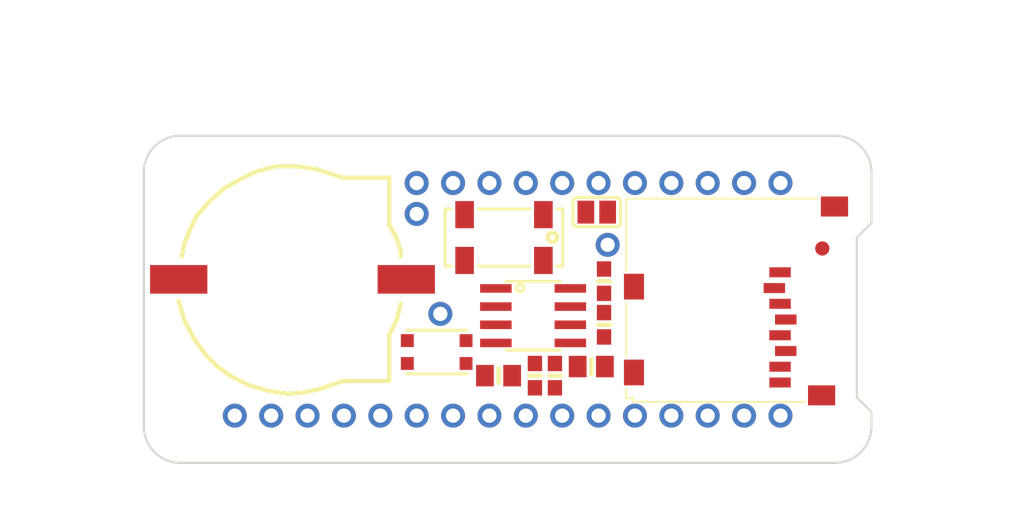
<source format=kicad_pcb>
(kicad_pcb (version 20241229) (generator "pcbnew") (generator_version "9.0")
  (layers (0 "F.Cu" signal "Top") (2 "B.Cu" signal "Bottom") (13 "F.Paste" user) (15 "B.Paste" user) (5 "F.SilkS" user "F.Silkscreen") (7 "B.SilkS" user "B.Silkscreen") (1 "F.Mask" user) (3 "B.Mask" user) (25 "Edge.Cuts" user))
  (net 0 "")
  (net 1 "G")
  (net 2 "TX")
  (net 3 "RX")
  (net 4 "F")
  (net 5 "E")
  (net 6 "D")
  (net 7 "C")
  (net 8 "B")
  (net 9 "A")
  (net 10 "AREF")
  (net 11 "USB")
  (net 12 "N")
  (net 13 "M")
  (net 14 "L")
  (net 15 "J")
  (net 16 "I")
  (net 17 "H")
  (net 18 "SCL")
  (net 19 "SDA")
  (net 20 "GND")
  (net 21 "MOSI")
  (net 22 "MISO")
  (net 23 "SCK")
  (net 24 "+3V3")
  (net 25 "SD_CS")
  (net 26 "RESET")
  (net 27 "N$7")
  (net 28 "N$8")
  (net 29 "VBAT")
  (net 30 "EN")
  (net 31 "CR1220")
  (net 32 "INT1")
  (net 33 "CS")
  (net 34 "N$1")
  (footprint "MICROSD" (layer "F.Cu") (at 156.8831 112.1156 90)
    (property "Reference" "X4" (hide yes))
    (property "Value" "microsd" (hide yes))
    (fp_line (start 14.15 -0.1) (end 14.15 13.25) (stroke (width 0.127)) (layer "F.SilkS"))
    (fp_line (start 9.1 -0.1) (end 14.15 -0.1) (stroke (width 0.127)) (layer "F.SilkS"))
    (fp_line (start 3.15 -0.1) (end 6.85 -0.1) (stroke (width 0.127)) (layer "F.SilkS"))
    (fp_line (start 0.85 -0.1) (end 0.2 -0.1) (stroke (width 0.127)) (layer "F.SilkS"))
    (fp_line (start 0.2 -0.1) (end 0.2 0.4) (stroke (width 0.127)) (layer "F.SilkS"))
    (fp_line (start 0.2 0.4) (end -0.05 0.4) (stroke (width 0.127)) (layer "F.SilkS"))
    (fp_line (start -0.05 0.4) (end -0.05 12.35) (stroke (width 0.127)) (layer "F.SilkS"))
    (pad "1" smd rect (at 9 10.64 90) (size 0.7 1.5) (layers "F.Cu" "F.Mask" "F.Paste"))
    (pad "2" smd rect (at 7.9 10.24 90) (size 0.7 1.5) (layers "F.Cu" "F.Mask" "F.Paste") (net 25 "SD_CS"))
    (pad "3" smd rect (at 6.8 10.64 90) (size 0.7 1.5) (layers "F.Cu" "F.Mask" "F.Paste") (net 21 "MOSI"))
    (pad "4" smd rect (at 5.7 11.04 90) (size 0.7 1.5) (layers "F.Cu" "F.Mask" "F.Paste") (net 24 "+3V3"))
    (pad "5" smd rect (at 4.6 10.64 90) (size 0.7 1.5) (layers "F.Cu" "F.Mask" "F.Paste") (net 23 "SCK"))
    (pad "6" smd rect (at 3.5 11.04 90) (size 0.7 1.5) (layers "F.Cu" "F.Mask" "F.Paste") (net 20 "GND"))
    (pad "7" smd rect (at 2.4 10.64 90) (size 0.7 1.5) (layers "F.Cu" "F.Mask" "F.Paste") (net 22 "MISO"))
    (pad "8" smd rect (at 1.3 10.64 90) (size 0.7 1.5) (layers "F.Cu" "F.Mask" "F.Paste"))
    (pad "CD1" smd rect (at 2 0.44 180) (size 1.4 1.8) (layers "F.Cu" "F.Mask" "F.Paste"))
    (pad "CD2" smd rect (at 8 0.44 180) (size 1.4 1.8) (layers "F.Cu" "F.Mask" "F.Paste"))
    (pad "MT1" smd rect (at 0.4 13.54 90) (size 1.4 1.9) (layers "F.Cu" "F.Mask" "F.Paste") (net 20 "GND"))
    (pad "MT2" smd rect (at 13.6 14.44 90) (size 1.4 1.9) (layers "F.Cu" "F.Mask" "F.Paste") (net 20 "GND"))
  )
  (footprint "BTN_KMR2_4.6X2.8" (layer "F.Cu") (at 143.5481 108.6866 180)
    (property "Reference" "SW1" (hide yes))
    (property "Value" "KMR2" (hide yes))
    (fp_line (start 2.1 1.5254) (end -2.1 1.5254) (stroke (width 0.2032)) (layer "F.SilkS"))
    (fp_line (start -2.1 -1.5254) (end 2.1 -1.5254) (stroke (width 0.2032)) (layer "F.SilkS"))
    (pad "A" smd rect (at 2.05 -0.8 180) (size 0.9 0.9) (layers "F.Cu" "F.Mask" "F.Paste") (net 20 "GND"))
    (pad "A'" smd rect (at -2.05 -0.8 180) (size 0.9 0.9) (layers "F.Cu" "F.Mask" "F.Paste") (net 20 "GND"))
    (pad "B" smd rect (at 2.05 0.8 180) (size 0.9 0.9) (layers "F.Cu" "F.Mask" "F.Paste") (net 26 "RESET"))
    (pad "B'" smd rect (at -2.05 0.8 180) (size 0.9 0.9) (layers "F.Cu" "F.Mask" "F.Paste") (net 26 "RESET"))
  )
  (footprint "SOIC8_150MIL" (layer "F.Cu") (at 150.2791 106.1466 -90)
    (property "Reference" "IC1" (hide yes))
    (property "Value" "PCF8523T" (hide yes))
    (fp_line (start -2.4 1.9) (end -2.4 -1.9) (stroke (width 0.2032)) (layer "F.SilkS"))
    (fp_line (start 2.4 -1.9) (end 2.4 1.9) (stroke (width 0.2032)) (layer "F.SilkS"))
    (fp_circle (center -1.9304 0.889) (end -1.6764 0.889) (stroke (width 0.2032)) (fill no) (layer "F.SilkS"))
    (pad "1" smd rect (at -1.905 2.6 270) (size 0.6 2.2) (layers "F.Cu" "F.Mask" "F.Paste") (net 27 "N$7"))
    (pad "2" smd rect (at -0.635 2.6 270) (size 0.6 2.2) (layers "F.Cu" "F.Mask" "F.Paste") (net 28 "N$8"))
    (pad "3" smd rect (at 0.635 2.6 270) (size 0.6 2.2) (layers "F.Cu" "F.Mask" "F.Paste") (net 31 "CR1220"))
    (pad "4" smd rect (at 1.905 2.6 270) (size 0.6 2.2) (layers "F.Cu" "F.Mask" "F.Paste") (net 20 "GND"))
    (pad "5" smd rect (at 1.905 -2.6 270) (size 0.6 2.2) (layers "F.Cu" "F.Mask" "F.Paste") (net 19 "SDA"))
    (pad "6" smd rect (at 0.635 -2.6 270) (size 0.6 2.2) (layers "F.Cu" "F.Mask" "F.Paste") (net 18 "SCL"))
    (pad "7" smd rect (at -0.635 -2.6 270) (size 0.6 2.2) (layers "F.Cu" "F.Mask" "F.Paste") (net 32 "INT1"))
    (pad "8" smd rect (at -1.905 -2.6 270) (size 0.6 2.2) (layers "F.Cu" "F.Mask" "F.Paste") (net 34 "N$1"))
  )
  (footprint "CRYSTAL_8X3.8" (layer "F.Cu") (at 148.2471 100.6856)
    (property "Reference" "Y1" (hide yes))
    (property "Value" "32khz" (hide yes))
    (fp_line (start -4.1 -2) (end -4.1 2) (stroke (width 0.2032)) (layer "F.SilkS"))
    (fp_line (start -4.1 2) (end -3.7 2) (stroke (width 0.2032)) (layer "F.SilkS"))
    (fp_line (start -3.7 -2) (end -4.1 -2) (stroke (width 0.2032)) (layer "F.SilkS"))
    (fp_line (start -1.8 -2) (end 1.8 -2) (stroke (width 0.2032)) (layer "F.SilkS"))
    (fp_line (start -1.8 2) (end 1.8 2) (stroke (width 0.2032)) (layer "F.SilkS"))
    (fp_line (start 3.7 -2) (end 4.1 -2) (stroke (width 0.2032)) (layer "F.SilkS"))
    (fp_line (start 4.1 -2) (end 4.1 2) (stroke (width 0.2032)) (layer "F.SilkS"))
    (fp_line (start 4.1 2) (end 3.7 2) (stroke (width 0.2032)) (layer "F.SilkS"))
    (fp_circle (center 3.3782 -0.0254) (end 3.701487 -0.0254) (stroke (width 0.3048)) (fill no) (layer "F.SilkS"))
    (pad "P$1" smd rect (at -2.75 1.6) (size 1.3 1.9) (layers "F.Cu" "F.Mask" "F.Paste") (net 28 "N$8"))
    (pad "P$2" smd rect (at 2.75 1.6) (size 1.3 1.9) (layers "F.Cu" "F.Mask" "F.Paste"))
    (pad "P$3" smd rect (at 2.75 -1.6) (size 1.3 1.9) (layers "F.Cu" "F.Mask" "F.Paste"))
    (pad "P$4" smd rect (at -2.75 -1.6) (size 1.3 1.9) (layers "F.Cu" "F.Mask" "F.Paste") (net 27 "N$7"))
  )
  (footprint "0603-NO" (layer "F.Cu") (at 151.8031 110.3376 -90)
    (property "Reference" "R1" (hide yes))
    (property "Value" "10K" (hide yes))
    (fp_line (start 0 -0.4) (end 0 0.4) (stroke (width 0.3048)) (layer "F.SilkS"))
    (pad "1" smd rect (at -0.85 0 270) (size 1.075 1) (layers "F.Cu" "F.Mask" "F.Paste") (net 19 "SDA"))
    (pad "2" smd rect (at 0.85 0 270) (size 1.075 1) (layers "F.Cu" "F.Mask" "F.Paste") (net 24 "+3V3"))
  )
  (footprint "0603-NO" (layer "F.Cu") (at 150.4061 110.3376 -90)
    (property "Reference" "R2" (hide yes))
    (property "Value" "10K" (hide yes))
    (fp_line (start 0 -0.4) (end 0 0.4) (stroke (width 0.3048)) (layer "F.SilkS"))
    (pad "1" smd rect (at -0.85 0 270) (size 1.075 1) (layers "F.Cu" "F.Mask" "F.Paste") (net 18 "SCL"))
    (pad "2" smd rect (at 0.85 0 270) (size 1.075 1) (layers "F.Cu" "F.Mask" "F.Paste") (net 24 "+3V3"))
  )
  (footprint "0603-NO" (layer "F.Cu") (at 155.2321 103.7336 -90)
    (property "Reference" "R3" (hide yes))
    (property "Value" "100K" (hide yes))
    (fp_line (start 0 -0.4) (end 0 0.4) (stroke (width 0.3048)) (layer "F.SilkS"))
    (pad "1" smd rect (at -0.85 0 270) (size 1.075 1) (layers "F.Cu" "F.Mask" "F.Paste") (net 25 "SD_CS"))
    (pad "2" smd rect (at 0.85 0 270) (size 1.075 1) (layers "F.Cu" "F.Mask" "F.Paste") (net 24 "+3V3"))
  )
  (footprint "CR1220-2" (layer "F.Cu") (at 133.1341 103.6066)
    (property "Reference" "B1" (hide yes))
    (property "Value" "cr1220" (hide yes))
    (fp_line (start -7.6 1.5) (end -7.2 2.9) (stroke (width 0.3048)) (layer "F.SilkS"))
    (fp_line (start -7.4 -1.6) (end -7.2 -2.5) (stroke (width 0.3048)) (layer "F.SilkS"))
    (fp_line (start -7.2 -2.5) (end -6.8 -3.5) (stroke (width 0.3048)) (layer "F.SilkS"))
    (fp_line (start -7.2 2.9) (end -6.5 4.2) (stroke (width 0.3048)) (layer "F.SilkS"))
    (fp_line (start -6.8 -3.5) (end -6.3 -4.5) (stroke (width 0.3048)) (layer "F.SilkS"))
    (fp_line (start -6.5 4.2) (end -5.7 5.3) (stroke (width 0.3048)) (layer "F.SilkS"))
    (fp_line (start -6.3 -4.5) (end -5.4 -5.5) (stroke (width 0.3048)) (layer "F.SilkS"))
    (fp_line (start -5.7 5.3) (end -4.9 6.1) (stroke (width 0.3048)) (layer "F.SilkS"))
    (fp_line (start -5.4 -5.5) (end -4.5 -6.3) (stroke (width 0.3048)) (layer "F.SilkS"))
    (fp_line (start -4.9 6.1) (end -3.9 6.8) (stroke (width 0.3048)) (layer "F.SilkS"))
    (fp_line (start -4.5 -6.3) (end -3.3 -7) (stroke (width 0.3048)) (layer "F.SilkS"))
    (fp_line (start -3.9 6.8) (end -2.7 7.4) (stroke (width 0.3048)) (layer "F.SilkS"))
    (fp_line (start -3.3 -7) (end -2.3 -7.5) (stroke (width 0.3048)) (layer "F.SilkS"))
    (fp_line (start -2.7 7.4) (end -1.3 7.8) (stroke (width 0.3048)) (layer "F.SilkS"))
    (fp_line (start -2.3 -7.5) (end -0.8 -7.9) (stroke (width 0.3048)) (layer "F.SilkS"))
    (fp_line (start -1.3 7.8) (end 0 8) (stroke (width 0.3048)) (layer "F.SilkS"))
    (fp_line (start -0.8 -7.9) (end 0.7 -7.9) (stroke (width 0.3048)) (layer "F.SilkS"))
    (fp_line (start 0 8) (end 1.2 7.9) (stroke (width 0.3048)) (layer "F.SilkS"))
    (fp_line (start 0.7 -7.9) (end 2 -7.7) (stroke (width 0.3048)) (layer "F.SilkS"))
    (fp_line (start 1.2 7.9) (end 2.5 7.6) (stroke (width 0.3048)) (layer "F.SilkS"))
    (fp_line (start 2 -7.7) (end 3.9 -7.1) (stroke (width 0.3048)) (layer "F.SilkS"))
    (fp_line (start 2.4 7.6) (end 3.9 7.1) (stroke (width 0.3048)) (layer "F.SilkS"))
    (fp_line (start 3.95 -7.1) (end 7.1 -7.1) (stroke (width 0.3048)) (layer "F.SilkS"))
    (fp_line (start 3.95 7.1) (end 7.1 7.1) (stroke (width 0.3048)) (layer "F.SilkS"))
    (fp_line (start 7.1 -7.1) (end 7.1 -3.8) (stroke (width 0.3048)) (layer "F.SilkS"))
    (fp_line (start 7.1 -3.8) (end 7.6 -2.9) (stroke (width 0.3048)) (layer "F.SilkS"))
    (fp_line (start 7.1 3.9) (end 7.6 2.9) (stroke (width 0.3048)) (layer "F.SilkS"))
    (fp_line (start 7.1 7.1) (end 7.1 3.9) (stroke (width 0.3048)) (layer "F.SilkS"))
    (fp_line (start 7.6 -2.9) (end 7.9 -2) (stroke (width 0.3048)) (layer "F.SilkS"))
    (fp_line (start 7.6 2.9) (end 7.9 1.7) (stroke (width 0.3048)) (layer "F.SilkS"))
    (fp_line (start 7.9 -2) (end 7.9 -1.6) (stroke (width 0.3048)) (layer "F.SilkS"))
    (pad "" np_thru_hole circle (at -3.5 0) (size 1.5 1.5) (drill 1.5) (layers "*.Cu" "*.Mask"))
    (pad "" np_thru_hole circle (at 3.95 0) (size 1.5 1.5) (drill 1.5) (layers "*.Cu" "*.Mask"))
    (pad "+" smd rect (at 8.29 0) (size 4 2) (layers "F.Cu" "F.Mask" "F.Paste") (net 31 "CR1220"))
    (pad "-" smd rect (at -7.6 0) (size 4 2) (layers "F.Cu" "F.Mask" "F.Paste") (net 20 "GND"))
  )
  (footprint "0805-NO" (layer "F.Cu") (at 154.3431 109.7026 180)
    (property "Reference" "C1" (hide yes))
    (property "Value" "10uF" (hide yes))
    (fp_line (start 0 -0.508) (end 0 0.508) (stroke (width 0.3048)) (layer "F.SilkS"))
    (pad "1" smd rect (at -0.95 0 180) (size 1.24 1.5) (layers "F.Cu" "F.Mask" "F.Paste") (net 34 "N$1"))
    (pad "2" smd rect (at 0.95 0 180) (size 1.24 1.5) (layers "F.Cu" "F.Mask" "F.Paste") (net 20 "GND"))
  )
  (footprint "1X11_ROUND" (layer "F.Cu") (at 154.8511 96.8756)
    (property "Reference" "JP1" (hide yes))
    (property "Value" "")
    (pad "1" thru_hole circle (at -12.7 0 90) (size 1.6764 1.6764) (drill 1) (layers "*.Cu" "*.Mask") (net 30 "EN"))
    (pad "2" thru_hole circle (at -10.16 0 90) (size 1.6764 1.6764) (drill 1) (layers "*.Cu" "*.Mask") (net 11 "USB"))
    (pad "3" thru_hole circle (at -7.62 0 90) (size 1.6764 1.6764) (drill 1) (layers "*.Cu" "*.Mask") (net 12 "N"))
    (pad "4" thru_hole circle (at -5.08 0 90) (size 1.6764 1.6764) (drill 1) (layers "*.Cu" "*.Mask") (net 13 "M"))
    (pad "5" thru_hole circle (at -2.54 0 90) (size 1.6764 1.6764) (drill 1) (layers "*.Cu" "*.Mask") (net 14 "L"))
    (pad "6" thru_hole circle (at 0 0 90) (size 1.6764 1.6764) (drill 1) (layers "*.Cu" "*.Mask") (net 33 "CS"))
    (pad "7" thru_hole circle (at 2.54 0 90) (size 1.6764 1.6764) (drill 1) (layers "*.Cu" "*.Mask") (net 15 "J"))
    (pad "8" thru_hole circle (at 5.08 0 90) (size 1.6764 1.6764) (drill 1) (layers "*.Cu" "*.Mask") (net 16 "I"))
    (pad "9" thru_hole circle (at 7.62 0 90) (size 1.6764 1.6764) (drill 1) (layers "*.Cu" "*.Mask") (net 17 "H"))
    (pad "10" thru_hole circle (at 10.16 0 90) (size 1.6764 1.6764) (drill 1) (layers "*.Cu" "*.Mask") (net 18 "SCL"))
    (pad "11" thru_hole circle (at 12.7 0 90) (size 1.6764 1.6764) (drill 1) (layers "*.Cu" "*.Mask") (net 19 "SDA"))
  )
  (footprint "1X16_ROUND" (layer "F.Cu") (at 148.5011 113.1316 180)
    (property "Reference" "JP2" (hide yes))
    (property "Value" "")
    (pad "1" thru_hole circle (at -19.05 0 270) (size 1.6764 1.6764) (drill 1) (layers "*.Cu" "*.Mask") (net 1 "G"))
    (pad "2" thru_hole circle (at -16.51 0 270) (size 1.6764 1.6764) (drill 1) (layers "*.Cu" "*.Mask") (net 2 "TX"))
    (pad "3" thru_hole circle (at -13.97 0 270) (size 1.6764 1.6764) (drill 1) (layers "*.Cu" "*.Mask") (net 3 "RX"))
    (pad "4" thru_hole circle (at -11.43 0 270) (size 1.6764 1.6764) (drill 1) (layers "*.Cu" "*.Mask") (net 22 "MISO"))
    (pad "5" thru_hole circle (at -8.89 0 270) (size 1.6764 1.6764) (drill 1) (layers "*.Cu" "*.Mask") (net 21 "MOSI"))
    (pad "6" thru_hole circle (at -6.35 0 270) (size 1.6764 1.6764) (drill 1) (layers "*.Cu" "*.Mask") (net 23 "SCK"))
    (pad "7" thru_hole circle (at -3.81 0 270) (size 1.6764 1.6764) (drill 1) (layers "*.Cu" "*.Mask") (net 4 "F"))
    (pad "8" thru_hole circle (at -1.27 0 270) (size 1.6764 1.6764) (drill 1) (layers "*.Cu" "*.Mask") (net 5 "E"))
    (pad "9" thru_hole circle (at 1.27 0 270) (size 1.6764 1.6764) (drill 1) (layers "*.Cu" "*.Mask") (net 6 "D"))
    (pad "10" thru_hole circle (at 3.81 0 270) (size 1.6764 1.6764) (drill 1) (layers "*.Cu" "*.Mask") (net 7 "C"))
    (pad "11" thru_hole circle (at 6.35 0 270) (size 1.6764 1.6764) (drill 1) (layers "*.Cu" "*.Mask") (net 8 "B"))
    (pad "12" thru_hole circle (at 8.89 0 270) (size 1.6764 1.6764) (drill 1) (layers "*.Cu" "*.Mask") (net 9 "A"))
    (pad "13" thru_hole circle (at 11.43 0 270) (size 1.6764 1.6764) (drill 1) (layers "*.Cu" "*.Mask") (net 20 "GND"))
    (pad "14" thru_hole circle (at 13.97 0 270) (size 1.6764 1.6764) (drill 1) (layers "*.Cu" "*.Mask") (net 10 "AREF"))
    (pad "15" thru_hole circle (at 16.51 0 270) (size 1.6764 1.6764) (drill 1) (layers "*.Cu" "*.Mask") (net 24 "+3V3"))
    (pad "16" thru_hole circle (at 19.05 0 270) (size 1.6764 1.6764) (drill 1) (layers "*.Cu" "*.Mask") (net 26 "RESET"))
  )
  (footprint "1X01_ROUND" (layer "F.Cu") (at 142.1511 99.0346)
    (property "Reference" "JP3" (hide yes))
    (property "Value" "")
    (pad "1" thru_hole circle (at 0 0 90) (size 1.6764 1.6764) (drill 1) (layers "*.Cu" "*.Mask") (net 29 "VBAT"))
  )
  (footprint "1X01_ROUND" (layer "F.Cu") (at 155.4861 101.1936)
    (property "Reference" "SDCS" (hide yes))
    (property "Value" "")
    (pad "1" thru_hole circle (at 0 0 90) (size 1.6764 1.6764) (drill 1) (layers "*.Cu" "*.Mask") (net 25 "SD_CS"))
  )
  (footprint "SOLDERJUMPER_CLOSEDWIRE" (layer "F.Cu") (at 154.7241 98.9076)
    (property "Reference" "SJ1" (hide yes))
    (property "Value" "")
    (fp_line (start -1.651 0.762) (end -1.651 -0.762) (stroke (width 0.2032)) (layer "F.SilkS"))
    (fp_line (start -1.397 -1.016) (end 1.397 -1.016) (stroke (width 0.2032)) (layer "F.SilkS"))
    (fp_line (start 1.397 1.016) (end -1.397 1.016) (stroke (width 0.2032)) (layer "F.SilkS"))
    (fp_line (start 1.651 0.762) (end 1.651 -0.762) (stroke (width 0.2032)) (layer "F.SilkS"))
    (fp_arc (start -1.651 -0.762) (mid -1.576605 -0.941605) (end -1.397 -1.016) (stroke (width 0.2032)) (layer "F.SilkS"))
    (fp_arc (start -1.397 1.016) (mid -1.576605 0.941605) (end -1.651 0.762) (stroke (width 0.2032)) (layer "F.SilkS"))
    (fp_arc (start 1.397 -1.016) (mid 1.576605 -0.941605) (end 1.651 -0.762) (stroke (width 0.2032)) (layer "F.SilkS"))
    (fp_arc (start 1.651 0.762) (mid 1.576605 0.941605) (end 1.397 1.016) (stroke (width 0.2032)) (layer "F.SilkS"))
    (pad "1" smd rect (at -0.762 0) (size 1.1684 1.6002) (layers "F.Cu" "F.Mask") (net 33 "CS"))
    (pad "2" smd rect (at 0.762 0) (size 1.1684 1.6002) (layers "F.Cu" "F.Mask") (net 25 "SD_CS"))
  )
  (footprint "1X01_ROUND" (layer "F.Cu") (at 143.8021 106.0196)
    (property "Reference" "INT1" (hide yes))
    (property "Value" "")
    (pad "1" thru_hole circle (at 0 0 90) (size 1.6764 1.6764) (drill 1) (layers "*.Cu" "*.Mask") (net 32 "INT1"))
  )
  (footprint "FIDUCIAL_1MM" (layer "F.Cu") (at 170.4721 101.4476)
    (property "Reference" "FID1" (hide yes))
    (property "Value" "FIDUCIAL_1MM" (hide yes))
    (pad "1" smd roundrect (at 0 0) (size 1 1) (layers "F.Cu" "F.Mask") (roundrect_rratio 0.5))
  )
  (footprint "0603-NO" (layer "F.Cu") (at 155.2321 106.7816 -90)
    (property "Reference" "R4" (hide yes))
    (property "Value" "1K" (hide yes))
    (fp_line (start 0 -0.4) (end 0 0.4) (stroke (width 0.3048)) (layer "F.SilkS"))
    (pad "1" smd rect (at -0.85 0 270) (size 1.075 1) (layers "F.Cu" "F.Mask" "F.Paste") (net 24 "+3V3"))
    (pad "2" smd rect (at 0.85 0 270) (size 1.075 1) (layers "F.Cu" "F.Mask" "F.Paste") (net 34 "N$1"))
  )
  (footprint "0805-NO" (layer "F.Cu") (at 147.8661 110.3376 180)
    (property "Reference" "C2" (hide yes))
    (property "Value" "10uF" (hide yes))
    (fp_line (start 0 -0.508) (end 0 0.508) (stroke (width 0.3048)) (layer "F.SilkS"))
    (pad "1" smd rect (at -0.95 0 180) (size 1.24 1.5) (layers "F.Cu" "F.Mask" "F.Paste") (net 24 "+3V3"))
    (pad "2" smd rect (at 0.95 0 180) (size 1.24 1.5) (layers "F.Cu" "F.Mask" "F.Paste") (net 20 "GND"))
  )
  (gr_line (start 173.9011 96.1136) (end 173.9011 99.6696) (stroke (width 0.15)) (layer "Edge.Cuts"))
  (gr_arc (start 171.3611 93.5736) (mid 173.157151 94.317549) (end 173.9011 96.1136) (stroke (width 0.15)) (layer "Edge.Cuts"))
  (gr_line (start 172.8851 100.6856) (end 172.8851 111.8616) (stroke (width 0.15)) (layer "Edge.Cuts"))
  (gr_line (start 173.9011 99.6696) (end 172.8851 100.6856) (stroke (width 0.15)) (layer "Edge.Cuts"))
  (gr_line (start 171.3611 93.5736) (end 125.6411 93.5736) (stroke (width 0.15)) (layer "Edge.Cuts"))
  (gr_line (start 123.1011 113.8936) (end 123.1011 96.1136) (stroke (width 0.15)) (layer "Edge.Cuts"))
  (gr_line (start 172.8851 111.8616) (end 173.9011 112.8776) (stroke (width 0.15)) (layer "Edge.Cuts"))
  (gr_line (start 171.3611 116.4336) (end 125.6411 116.4336) (stroke (width 0.15)) (layer "Edge.Cuts"))
  (gr_arc (start 173.9011 113.8936) (mid 173.157151 115.689651) (end 171.3611 116.4336) (stroke (width 0.15)) (layer "Edge.Cuts"))
  (gr_arc (start 123.1011 96.1136) (mid 123.845049 94.317549) (end 125.6411 93.5736) (stroke (width 0.15)) (layer "Edge.Cuts"))
  (gr_arc (start 125.6411 116.4336) (mid 123.845049 115.689651) (end 123.1011 113.8936) (stroke (width 0.15)) (layer "Edge.Cuts"))
  (gr_line (start 173.9011 112.8776) (end 173.9011 113.8936) (stroke (width 0.15)) (layer "Edge.Cuts"))
)
</source>
